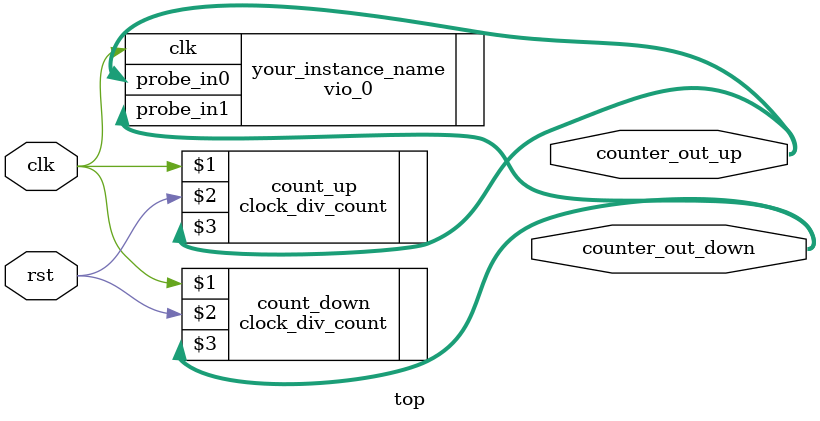
<source format=v>
module top (clk,rst,counter_out_up,counter_out_down);
input clk,rst;
output [3:0] counter_out_up,counter_out_down;


  clock_div_count count_up (clk,rst,counter_out_up);
 
   // instantiate module shift for count down. Instance name is different. Only one of the two modules (up and down) 
   //will be active at any point in time
//Module name is same
    clock_div_count count_down (clk,rst,counter_out_down);
    

vio_0 your_instance_name (
  .clk(clk),              // input wire clk
  .probe_in0(counter_out_up),  // input wire [3 : 0] probe_in0
  .probe_in1(counter_out_down)  // input wire [3 : 0] probe_in1
);

  /* MAIN

   always @(posedge gclk)
     if (rst)
       begin
         count <= 0;
       end
     else
       begin
         count <= count + 1;
       end
*/

endmodule




</source>
